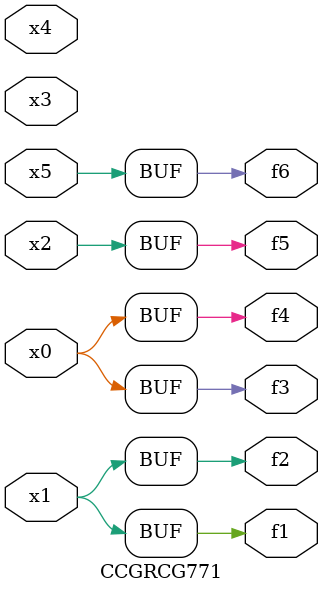
<source format=v>
module CCGRCG771(
	input x0, x1, x2, x3, x4, x5,
	output f1, f2, f3, f4, f5, f6
);
	assign f1 = x1;
	assign f2 = x1;
	assign f3 = x0;
	assign f4 = x0;
	assign f5 = x2;
	assign f6 = x5;
endmodule

</source>
